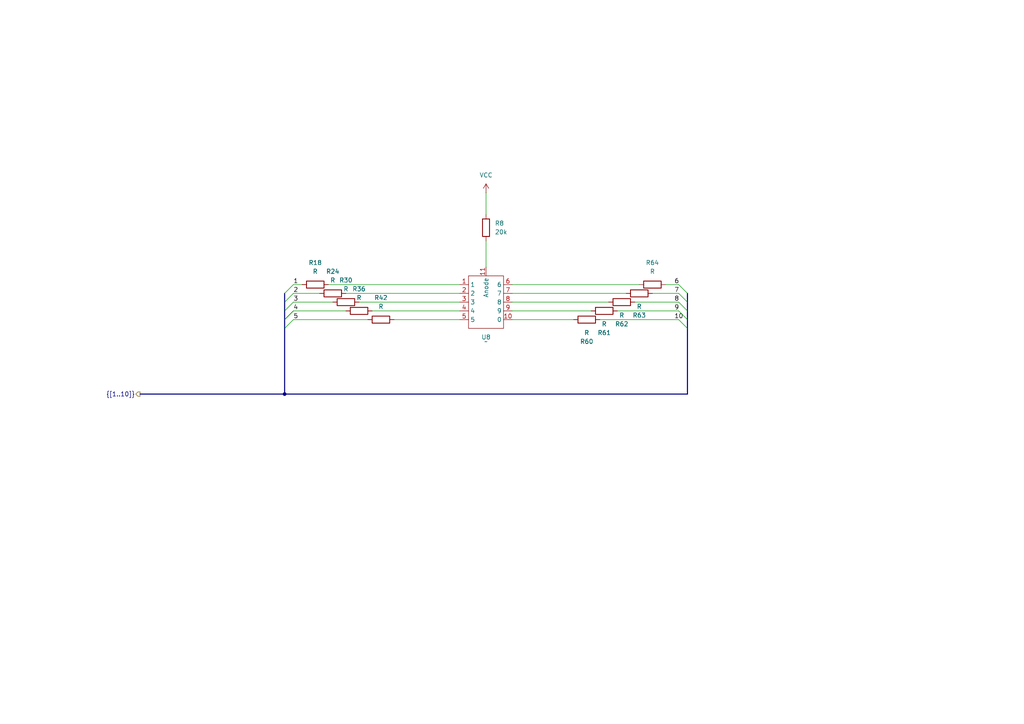
<source format=kicad_sch>
(kicad_sch (version 20250114) (generator "eeschema") (generator_version "9.0")
  (paper "A4")
  (title_block (title "6 digit nixie clock") (date "2025-04-11") (rev "0.1") (company "Tomas Kouba"))
  (lib_symbols
    (symbol "Device:R" (pin_numbers (hide yes)) (pin_names (offset 0))
      (property "Reference" "R" (at 2.032 0 90))
      (property "Value" "R" (at 0 0 90))
      (symbol "R_0_1"
        (rectangle (start -1.016 -2.54) (end 1.016 2.54) (stroke (width 0.254)))
      )
      (symbol "R_1_1"
        (pin passive line (at 0 3.81 270) (length 1.27) (name "~") (number "1"))
        (pin passive line (at 0 -3.81 90) (length 1.27) (name "~") (number "2"))
      )
    )
    (symbol "power:VCC" (power) (pin_numbers (hide yes)) (pin_names (offset 0) (hide yes))
      (property "Value" "VCC" (at 0 3.556 0))
      (symbol "VCC_0_1"
        (polyline (pts (xy -0.762 1.27) (xy 0 2.54)))
        (polyline (pts (xy 0 2.54) (xy 0.762 1.27)))
        (polyline (pts (xy 0 0) (xy 0 2.54)))
      )
      (symbol "VCC_1_1"
        (pin power_in line (at 0 0 90) (length 0) (name "~") (number "1"))
      )
    )
    (symbol "tomas_lib:Z570M_patice"
      (property "Reference" "U" (at 0 -3.81 0))
      (symbol "Z570M_patice_0_1"
        (rectangle (start -5.08 12.7) (end 5.08 -2.54))
      )
      (symbol "Z570M_patice_1_1"
        (pin output line (at -7.62 10.16 0) (length 2.54) (name "1") (number "1"))
        (pin output line (at -7.62 7.62 0) (length 2.54) (name "2") (number "2"))
        (pin output line (at -7.62 5.08 0) (length 2.54) (name "3") (number "3"))
        (pin output line (at -7.62 2.54 0) (length 2.54) (name "4") (number "4"))
        (pin output line (at -7.62 0 0) (length 2.54) (name "5") (number "5"))
        (pin input line (at 0 15.24 270) (length 2.54) (name "Anode") (number "11"))
        (pin output line (at 7.62 10.16 180) (length 2.54) (name "6") (number "6"))
        (pin output line (at 7.62 7.62 180) (length 2.54) (name "7") (number "7"))
        (pin output line (at 7.62 5.08 180) (length 2.54) (name "8") (number "8"))
        (pin output line (at 7.62 2.54 180) (length 2.54) (name "9") (number "9"))
        (pin output line (at 7.62 0 180) (length 2.54) (name "0") (number "10"))
      )
    )
  )
  (junction (at 82.55 114.3))
  (bus_entry (at 82.55 92.71) (size 2.54 -2.54))
  (bus_entry (at 196.85 82.55) (size 2.54 2.54))
  (bus_entry (at 196.85 90.17) (size 2.54 2.54))
  (bus_entry (at 82.55 85.09) (size 2.54 -2.54))
  (bus_entry (at 82.55 87.63) (size 2.54 -2.54))
  (bus_entry (at 82.55 92.71) (size 2.54 -2.54))
  (bus_entry (at 82.55 90.17) (size 2.54 -2.54))
  (bus_entry (at 196.85 87.63) (size 2.54 2.54))
  (bus_entry (at 196.85 85.09) (size 2.54 2.54))
  (bus_entry (at 196.85 92.71) (size 2.54 2.54))
  (bus_entry (at 82.55 95.25) (size 2.54 -2.54))
  (bus (pts (xy 199.39 95.25) (xy 199.39 114.3)))
  (bus (pts (xy 82.55 114.3) (xy 199.39 114.3)))
  (wire (pts (xy 148.59 92.71) (xy 166.37 92.71)))
  (wire (pts (xy 104.14 87.63) (xy 133.35 87.63)))
  (wire (pts (xy 85.09 87.63) (xy 96.52 87.63)))
  (wire (pts (xy 148.59 85.09) (xy 181.61 85.09)))
  (bus (pts (xy 82.55 87.63) (xy 82.55 90.17)))
  (bus (pts (xy 199.39 87.63) (xy 199.39 90.17)))
  (wire (pts (xy 95.25 82.55) (xy 133.35 82.55)))
  (bus (pts (xy 199.39 92.71) (xy 199.39 95.25)))
  (wire (pts (xy 114.3 92.71) (xy 133.35 92.71)))
  (wire (pts (xy 148.59 82.55) (xy 185.42 82.55)))
  (bus (pts (xy 199.39 85.09) (xy 199.39 87.63)))
  (wire (pts (xy 85.09 85.09) (xy 92.71 85.09)))
  (bus (pts (xy 40.64 114.3) (xy 82.55 114.3)))
  (bus (pts (xy 199.39 90.17) (xy 199.39 92.71)))
  (bus (pts (xy 82.55 85.09) (xy 82.55 87.63)))
  (wire (pts (xy 85.09 92.71) (xy 106.68 92.71)))
  (wire (pts (xy 85.09 82.55) (xy 87.63 82.55)))
  (wire (pts (xy 140.97 69.85) (xy 140.97 77.47)))
  (wire (pts (xy 148.59 87.63) (xy 176.53 87.63)))
  (wire (pts (xy 140.97 55.88) (xy 140.97 62.23)))
  (wire (pts (xy 85.09 90.17) (xy 100.33 90.17)))
  (wire (pts (xy 100.33 85.09) (xy 133.35 85.09)))
  (bus (pts (xy 82.55 92.71) (xy 82.55 95.25)))
  (wire (pts (xy 189.23 85.09) (xy 196.85 85.09)))
  (bus (pts (xy 82.55 95.25) (xy 82.55 114.3)))
  (wire (pts (xy 107.95 90.17) (xy 133.35 90.17)))
  (bus (pts (xy 82.55 90.17) (xy 82.55 92.71)))
  (wire (pts (xy 193.04 82.55) (xy 196.85 82.55)))
  (wire (pts (xy 173.99 92.71) (xy 196.85 92.71)))
  (wire (pts (xy 184.15 87.63) (xy 196.85 87.63)))
  (wire (pts (xy 148.59 90.17) (xy 171.45 90.17)))
  (wire (pts (xy 179.07 90.17) (xy 196.85 90.17)))
  (label "3" (at 85.09 87.63 0))
  (label "4" (at 85.09 90.17 0))
  (label "9" (at 195.58 90.17 0))
  (label "7" (at 195.58 85.09 0))
  (label "5" (at 85.09 92.71 0))
  (label "1" (at 85.09 82.55 0))
  (label "6" (at 195.58 82.55 0))
  (label "8" (at 195.58 87.63 0))
  (label "10" (at 195.58 92.71 0))
  (label "2" (at 85.09 85.09 0))
  (hierarchical_label "{[1..10]}" (shape output) (at 40.64 114.3 180))
  (symbol (lib_id "Device:R") (at 189.23 82.55 90) (mirror x) (unit 1)
    (property "Reference" "R49" (at 189.23 76.2 90))
    (property "Value" "R" (at 189.23 78.74 90))
    (property "Footprint" "Resistor_SMD:R_0805_2012Metric" (effects (hide yes)))
    (property "Description" "Resistor" (effects (hide yes)))
    (instances (project "nixie_hodiny" (path "" (reference "R64") (unit 1)) (path "" (reference "R59") (unit 1)) (path "" (reference "R54") (unit 1)) (path "" (reference "R49") (unit 1)) (path "" (reference "R74") (unit 1)) (path "" (reference "R69") (unit 1))))
  )
  (symbol (lib_id "Device:R") (at 91.44 82.55 90) (unit 1)
    (property "Reference" "R15" (at 91.44 76.2 90))
    (property "Value" "R" (at 91.44 78.74 90))
    (property "Footprint" "Resistor_SMD:R_0805_2012Metric" (effects (hide yes)))
    (property "Description" "Resistor" (effects (hide yes)))
    (instances (project "" (path "" (reference "R18") (unit 1)) (path "" (reference "R17") (unit 1)) (path "" (reference "R16") (unit 1)) (path "" (reference "R15") (unit 1)) (path "" (reference "R20") (unit 1)) (path "" (reference "R19") (unit 1))))
  )
  (symbol (lib_id "Device:R") (at 140.97 66.04 0) (unit 1)
    (property "Reference" "R5" (at 143.51 64.7699 0) (effects (justify left)))
    (property "Value" "20k" (at 143.51 67.3099 0) (effects (justify left)))
    (property "Footprint" "Resistor_SMD:R_1206_3216Metric" (effects (hide yes)))
    (property "Description" "Resistor" (effects (hide yes)))
    (instances (project "nixie_hodiny" (path "" (reference "R8") (unit 1)) (path "" (reference "R7") (unit 1)) (path "" (reference "R6") (unit 1)) (path "" (reference "R5") (unit 1)) (path "" (reference "R10") (unit 1)) (path "" (reference "R9") (unit 1))))
  )
  (symbol (lib_id "Device:R") (at 110.49 92.71 90) (unit 1)
    (property "Reference" "R39" (at 110.49 86.36 90))
    (property "Value" "R" (at 110.49 88.9 90))
    (property "Footprint" "Resistor_SMD:R_0805_2012Metric" (effects (hide yes)))
    (property "Description" "Resistor" (effects (hide yes)))
    (instances (project "nixie_hodiny" (path "" (reference "R42") (unit 1)) (path "" (reference "R41") (unit 1)) (path "" (reference "R40") (unit 1)) (path "" (reference "R39") (unit 1)) (path "" (reference "R44") (unit 1)) (path "" (reference "R43") (unit 1))))
  )
  (symbol (lib_id "power:VCC") (at 140.97 55.88 0) (unit 1)
    (property "Reference" "#PWR019" (effects (hide yes)))
    (property "Value" "VCC" (at 140.97 50.8 0))
    (property "Description" "Power symbol creates a global label with name \"VCC\"" (effects (hide yes)))
    (instances (project "nixie_hodiny" (path "" (reference "#PWR022") (unit 1)) (path "" (reference "#PWR021") (unit 1)) (path "" (reference "#PWR020") (unit 1)) (path "" (reference "#PWR019") (unit 1)) (path "" (reference "#PWR024") (unit 1)) (path "" (reference "#PWR023") (unit 1))))
  )
  (symbol (lib_id "Device:R") (at 180.34 87.63 90) (mirror x) (unit 1)
    (property "Reference" "R47" (at 180.34 93.98 90))
    (property "Value" "R" (at 180.34 91.44 90))
    (property "Footprint" "Resistor_SMD:R_0805_2012Metric" (effects (hide yes)))
    (property "Description" "Resistor" (effects (hide yes)))
    (instances (project "nixie_hodiny" (path "" (reference "R62") (unit 1)) (path "" (reference "R57") (unit 1)) (path "" (reference "R52") (unit 1)) (path "" (reference "R47") (unit 1)) (path "" (reference "R72") (unit 1)) (path "" (reference "R67") (unit 1))))
  )
  (symbol (lib_id "Device:R") (at 175.26 90.17 90) (mirror x) (unit 1)
    (property "Reference" "R46" (at 175.26 96.52 90))
    (property "Value" "R" (at 175.26 93.98 90))
    (property "Footprint" "Resistor_SMD:R_0805_2012Metric" (effects (hide yes)))
    (property "Description" "Resistor" (effects (hide yes)))
    (instances (project "nixie_hodiny" (path "" (reference "R61") (unit 1)) (path "" (reference "R56") (unit 1)) (path "" (reference "R51") (unit 1)) (path "" (reference "R46") (unit 1)) (path "" (reference "R71") (unit 1)) (path "" (reference "R66") (unit 1))))
  )
  (symbol (lib_id "tomas_lib:Z570M_patice") (at 140.97 92.71 0) (unit 1)
    (property "Reference" "U5" (at 140.97 97.79 0))
    (property "Value" "~" (at 140.97 99.06 0))
    (property "Footprint" "tomas_lib:Z570M_patice" (effects (hide yes)))
    (instances (project "" (path "" (reference "U8") (unit 1)) (path "" (reference "U7") (unit 1)) (path "" (reference "U6") (unit 1)) (path "" (reference "U5") (unit 1)) (path "" (reference "U10") (unit 1)) (path "" (reference "U9") (unit 1))))
  )
  (symbol (lib_id "Device:R") (at 104.14 90.17 90) (unit 1)
    (property "Reference" "R33" (at 104.14 83.82 90))
    (property "Value" "R" (at 104.14 86.36 90))
    (property "Footprint" "Resistor_SMD:R_0805_2012Metric" (effects (hide yes)))
    (property "Description" "Resistor" (effects (hide yes)))
    (instances (project "nixie_hodiny" (path "" (reference "R36") (unit 1)) (path "" (reference "R35") (unit 1)) (path "" (reference "R34") (unit 1)) (path "" (reference "R33") (unit 1)) (path "" (reference "R38") (unit 1)) (path "" (reference "R37") (unit 1))))
  )
  (symbol (lib_id "Device:R") (at 100.33 87.63 90) (unit 1)
    (property "Reference" "R27" (at 100.33 81.28 90))
    (property "Value" "R" (at 100.33 83.82 90))
    (property "Footprint" "Resistor_SMD:R_0805_2012Metric" (effects (hide yes)))
    (property "Description" "Resistor" (effects (hide yes)))
    (instances (project "nixie_hodiny" (path "" (reference "R30") (unit 1)) (path "" (reference "R29") (unit 1)) (path "" (reference "R28") (unit 1)) (path "" (reference "R27") (unit 1)) (path "" (reference "R32") (unit 1)) (path "" (reference "R31") (unit 1))))
  )
  (symbol (lib_id "Device:R") (at 185.42 85.09 90) (mirror x) (unit 1)
    (property "Reference" "R48" (at 185.42 91.44 90))
    (property "Value" "R" (at 185.42 88.9 90))
    (property "Footprint" "Resistor_SMD:R_0805_2012Metric" (effects (hide yes)))
    (property "Description" "Resistor" (effects (hide yes)))
    (instances (project "nixie_hodiny" (path "" (reference "R63") (unit 1)) (path "" (reference "R58") (unit 1)) (path "" (reference "R53") (unit 1)) (path "" (reference "R48") (unit 1)) (path "" (reference "R73") (unit 1)) (path "" (reference "R68") (unit 1))))
  )
  (symbol (lib_id "Device:R") (at 170.18 92.71 90) (mirror x) (unit 1)
    (property "Reference" "R45" (at 170.18 99.06 90))
    (property "Value" "R" (at 170.18 96.52 90))
    (property "Footprint" "Resistor_SMD:R_0805_2012Metric" (effects (hide yes)))
    (property "Description" "Resistor" (effects (hide yes)))
    (instances (project "nixie_hodiny" (path "" (reference "R60") (unit 1)) (path "" (reference "R55") (unit 1)) (path "" (reference "R50") (unit 1)) (path "" (reference "R45") (unit 1)) (path "" (reference "R70") (unit 1)) (path "" (reference "R65") (unit 1))))
  )
  (symbol (lib_id "Device:R") (at 96.52 85.09 90) (unit 1)
    (property "Reference" "R21" (at 96.52 78.74 90))
    (property "Value" "R" (at 96.52 81.28 90))
    (property "Footprint" "Resistor_SMD:R_0805_2012Metric" (effects (hide yes)))
    (property "Description" "Resistor" (effects (hide yes)))
    (instances (project "" (path "" (reference "R24") (unit 1)) (path "" (reference "R23") (unit 1)) (path "" (reference "R22") (unit 1)) (path "" (reference "R21") (unit 1)) (path "" (reference "R26") (unit 1)) (path "" (reference "R25") (unit 1))))
  )
)
</source>
